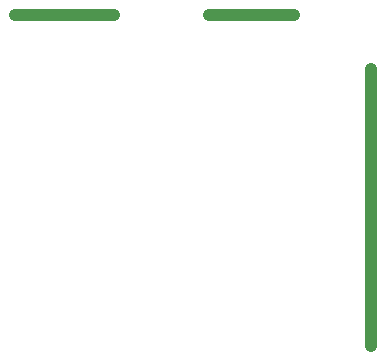
<source format=gbr>
%TF.GenerationSoftware,KiCad,Pcbnew,7.0.9*%
%TF.CreationDate,2023-12-12T13:04:41+02:00*%
%TF.ProjectId,ADuM3165_USB_ISOLATION,4144754d-3331-4363-955f-5553425f4953,rev?*%
%TF.SameCoordinates,Original*%
%TF.FileFunction,Other,ECO1*%
%FSLAX46Y46*%
G04 Gerber Fmt 4.6, Leading zero omitted, Abs format (unit mm)*
G04 Created by KiCad (PCBNEW 7.0.9) date 2023-12-12 13:04:41*
%MOMM*%
%LPD*%
G01*
G04 APERTURE LIST*
%ADD10C,1.000000*%
G04 APERTURE END LIST*
D10*
X130200000Y-146050000D02*
X130200000Y-122550000D01*
X100100000Y-117950000D02*
X108500000Y-117950000D01*
X116500000Y-117950000D02*
X123750000Y-117950000D01*
M02*

</source>
